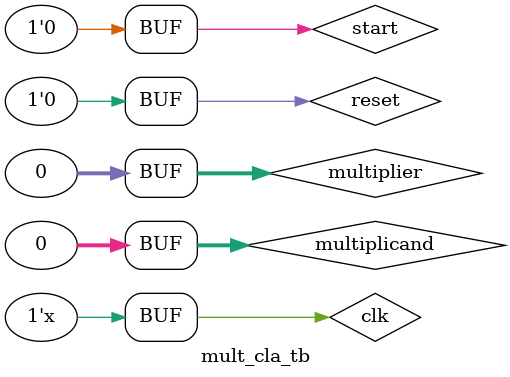
<source format=v>
`timescale 1ns/1ps
module mult_cla_tb();

parameter N=32;

//reg Port
reg clk;
reg reset;
reg start;
reg [N-1:0] multiplier;
reg [N-1:0] multiplicand;

//Output Port
wire [2*N-1:0] product;
wire valid;

mult_cla uut 
(
	.clk(clk),
	.reset(reset),
	.start(start),
	.multiplier(multiplier),
	.multiplicand(multiplicand),
	.product(product),
	.valid(valid)
);

always#10 clk = ~ clk;

initial begin
		clk= 0;
		reset=0;
		multiplier =0;
		multiplicand=0;
		start=0;	
		#40 reset= 1;
		#100 reset =0;
		#40 start = 1;multiplier = 4294967295;multiplicand = 256;
		#40 start = 0;multiplier = 0;multiplicand = 0;	

end

endmodule

</source>
